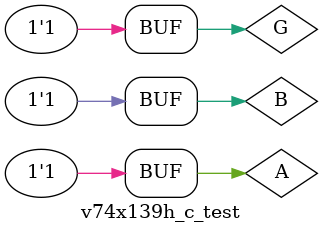
<source format=v>
`timescale 1ns / 1ps


module v74x139h_c_test;

	// Inputs
	reg G;
	reg A;
	reg B;

	// Outputs
	wire [3:0] Y;

	// Instantiate the Unit Under Test (UUT)
	v74x139h_c uut (
		.G(G), 
		.A(A), 
		.B(B), 
		.Y(Y)
	);

	initial begin
		// Initialize Inputs
		G = 0;
		A = 0;
		B = 0;
		#100;
      
		G = 0;
		A = 0;
		B = 1;
		#100;
		
		G = 0;
		A = 1;
		B = 0;
		#100;
		
		G = 0;
		A = 1;
		B = 1;
		#100;
		
		G = 1;
		A = 0;
		B = 0;
		#100;
		
		G = 1;
		A = 0;
		B = 1;
		#100;
		
		G = 1;
		A = 1;
		B = 0;
		#100;
		
		G = 1;
		A = 1;
		B = 1;
		#100;

		// Wait 100 ns for global reset to finish
        
		// Add stimulus here

	end
      
endmodule


</source>
